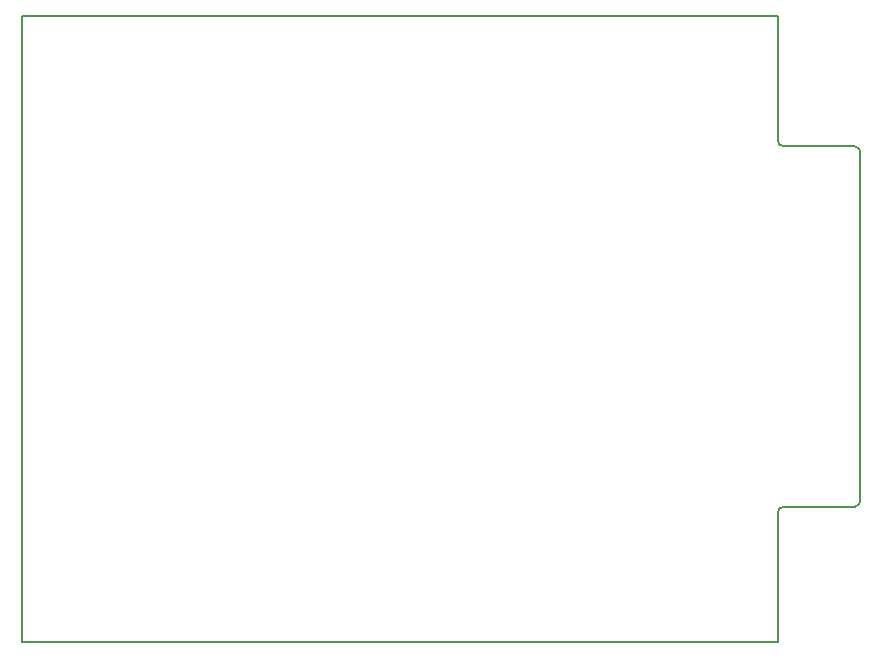
<source format=gm1>
G04 #@! TF.GenerationSoftware,KiCad,Pcbnew,6.0.11+dfsg-1*
G04 #@! TF.CreationDate,2023-03-13T19:25:45+00:00*
G04 #@! TF.ProjectId,TP770_IDE,54503737-305f-4494-9445-2e6b69636164,rev?*
G04 #@! TF.SameCoordinates,PX6cb8080PY3197500*
G04 #@! TF.FileFunction,Profile,NP*
%FSLAX46Y46*%
G04 Gerber Fmt 4.6, Leading zero omitted, Abs format (unit mm)*
G04 Created by KiCad (PCBNEW 6.0.11+dfsg-1) date 2023-03-13 19:25:45*
%MOMM*%
%LPD*%
G01*
G04 APERTURE LIST*
G04 #@! TA.AperFunction,Profile*
%ADD10C,0.150000*%
G04 #@! TD*
G04 APERTURE END LIST*
D10*
X64000000Y-42000000D02*
X64000000Y-53000000D01*
X64500000Y-41500000D02*
X70500000Y-41500000D01*
X64500000Y-41500000D02*
G75*
G03*
X64000000Y-42000000I0J-500000D01*
G01*
X64000000Y-10500000D02*
X64000000Y0D01*
X64500000Y-11000000D02*
X70500000Y-11000000D01*
X64000000Y-10500000D02*
G75*
G03*
X64500000Y-11000000I500000J0D01*
G01*
X71000000Y-11500000D02*
X71000000Y-41000000D01*
X71000000Y-11500000D02*
G75*
G03*
X70500000Y-11000000I-500000J0D01*
G01*
X70500000Y-41500000D02*
G75*
G03*
X71000000Y-41000000I0J500000D01*
G01*
X0Y-53000000D02*
X0Y0D01*
X64000000Y-53000000D02*
X0Y-53000000D01*
X0Y0D02*
X64000000Y0D01*
M02*

</source>
